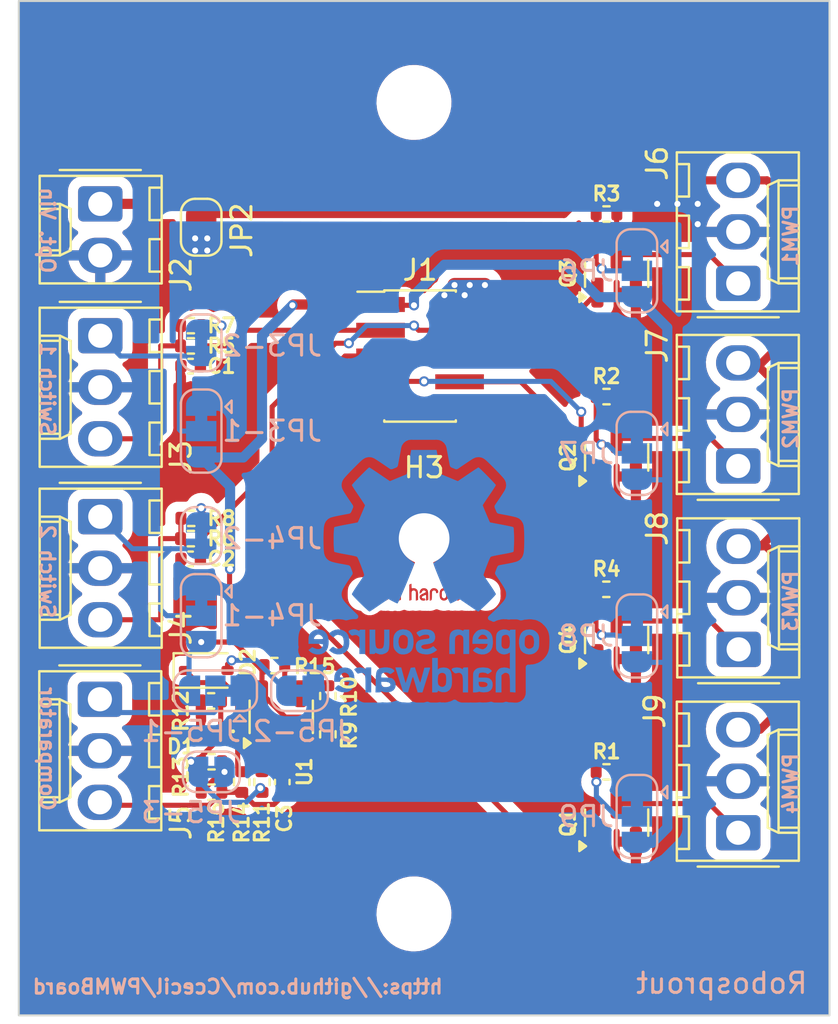
<source format=kicad_pcb>
(kicad_pcb (version 20221018) (generator pcbnew)
  (layers (0 "F.Cu" signal) (31 "B.Cu" signal) (34 "B.Paste" user) (35 "F.Paste" user) (36 "B.SilkS" user "B.Silkscreen") (37 "F.SilkS" user "F.Silkscreen") (38 "B.Mask" user) (39 "F.Mask" user) (44 "Edge.Cuts" user))
  (net 0 "")
  (net 1 "Net-(D1-K)")
  (net 2 "GND")
  (net 3 "Net-(D2-K)")
  (net 4 "Net-(D2-A)")
  (net 5 "+3.3V")
  (net 6 "+5V")
  (net 7 "GPIO1")
  (net 8 "GPIO2")
  (net 9 "Comparator")
  (net 10 "PWM1")
  (net 11 "PWM2")
  (net 12 "PWM3")
  (net 13 "PWM4")
  (net 14 "VS")
  (net 15 "Net-(J3-Pin_1)")
  (net 16 "Net-(J3-Pin_3)")
  (net 17 "Net-(J4-Pin_1)")
  (net 18 "Net-(J4-Pin_3)")
  (net 19 "Net-(J5-Pin_1)")
  (net 20 "Net-(J5-Pin_3)")
  (net 21 "Net-(J6-Pin_1)")
  (net 22 "Net-(J7-Pin_1)")
  (net 23 "Net-(J8-Pin_1)")
  (net 24 "Net-(J9-Pin_1)")
  (net 25 "Net-(JP3-2-A)")
  (net 26 "Net-(JP4-2-A)")
  (net 27 "Net-(JP5-3-A)")
  (net 28 "Net-(JP6-C)")
  (net 29 "Net-(JP7-C)")
  (net 30 "Net-(JP8-C)")
  (net 31 "Net-(JP9-C)")
  (net 32 "Net-(U1--)")
  (net 33 "Net-(U1-+)")
  (footprint "Capacitor_SMD:C_0402_1005Metric" (layer "F.Cu") (at 117.5 85 90)
    (fp_text reference "C3")
    (fp_text value "100n")
  )
  (footprint "MountingHole:MountingHole_3.2mm_M3" (layer "F.Cu") (at 124 51.5)
    (fp_text reference "H1" hide)
    (fp_text value "MountingHole")
  )
  (footprint "Package_TO_SOT_SMD:SOT-23" (layer "F.Cu") (at 134 87 90)
    (fp_text reference "Q1")
    (fp_text value "2N7002")
  )
  (footprint "Diode_SMD:D_0402_1005Metric" (layer "F.Cu") (at 113.98 82.5 180)
    (fp_text reference "D1")
    (fp_text value "D_Zener_Small")
  )
  (footprint "Package_TO_SOT_SMD:SOT-23" (layer "F.Cu") (at 134 59.9375 90)
    (fp_text reference "Q3")
    (fp_text value "2N7002")
  )
  (footprint "Connector_Molex:Molex_KK-254_AE-6410-02A_1x02_P2.54mm_Vertical" (layer "F.Cu") (at 108.52 56.5 -90)
    (fp_text reference "J2")
    (fp_text value "Conn_01x02_Pin")
  )
  (footprint "Diode_SMD:D_SOD-323" (layer "F.Cu") (at 113.75 79.5)
    (fp_text reference "D2")
    (fp_text value "D_Small")
  )
  (footprint "Resistor_SMD:R_0402_1005Metric" (layer "F.Cu") (at 112.99 63.5)
    (fp_text reference "R7")
    (fp_text value "1k")
  )
  (footprint "Resistor_SMD:R_0402_1005Metric" (layer "F.Cu") (at 113.01 72 180)
    (fp_text reference "R6")
    (fp_text value "10k")
  )
  (footprint "Resistor_SMD:R_0402_1005Metric" (layer "F.Cu") (at 119.75 80.76 90)
    (fp_text reference "R10")
    (fp_text value "8.2k")
  )
  (footprint "Resistor_SMD:R_0402_1005Metric" (layer "F.Cu") (at 119.75 82.6475 -90)
    (fp_text reference "R9")
    (fp_text value "1k")
  )
  (footprint "Symbol:OSHW-Logo2_7.3x6mm_Copper" (layer "F.Cu") (at 124.5 73.5)
    (fp_text reference "REF**" hide)
    (fp_text value "OSHW-Logo2_7.3x6mm_Copper" hide)
  )
  (footprint "Resistor_SMD:R_0402_1005Metric" (layer "F.Cu") (at 114.01 84 180)
    (fp_text reference "R13")
    (fp_text value "7.1k")
  )
  (footprint "Resistor_SMD:R_0402_1005Metric" (layer "F.Cu") (at 113.99 81 180)
    (fp_text reference "R12")
    (fp_text value "1k")
  )
  (footprint "Connector_Molex:Molex_KK-254_AE-6410-03A_1x03_P2.54mm_Vertical" (layer "F.Cu") (at 108.52 63 -90)
    (fp_text reference "J3")
    (fp_text value "Conn_01x03_Pin")
  )
  (footprint "MountingHole:MountingHole_3.2mm_M3" (layer "F.Cu") (at 124 91.5)
    (fp_text reference "H2" hide)
    (fp_text value "MountingHole")
  )
  (footprint "Package_TO_SOT_SMD:SOT-23" (layer "F.Cu") (at 134 69 90)
    (fp_text reference "Q2")
    (fp_text value "2N7002")
  )
  (footprint "Package_TO_SOT_SMD:SOT-23-5" (layer "F.Cu") (at 117.45 81.785 90)
    (fp_text reference "U1")
    (fp_text value "LMV331")
  )
  (footprint "Jumper:SolderJumper-2_P1.3mm_Bridged_RoundedPad1.0x1.5mm" (layer "F.Cu") (at 113.5 57.65 90)
    (fp_text reference "JP2")
    (fp_text value "SolderJumper_2_Bridged")
  )
  (footprint "Connector_Molex:Molex_KK-254_AE-6410-03A_1x03_P2.54mm_Vertical" (layer "F.Cu") (at 140 87.5 90)
    (fp_text reference "J9")
    (fp_text value "Conn_01x03_Pin")
  )
  (footprint "Resistor_SMD:R_0402_1005Metric" (layer "F.Cu") (at 115.5 85 -90)
    (fp_text reference "R14")
    (fp_text value "1k")
  )
  (footprint "Resistor_SMD:R_0402_1005Metric" (layer "F.Cu") (at 114.01 85.5 180)
    (fp_text reference "R16")
    (fp_text value "7.1k")
  )
  (footprint "Connector_Molex:Molex_KK-254_AE-6410-03A_1x03_P2.54mm_Vertical" (layer "F.Cu") (at 140 60.42 90)
    (fp_text reference "J6")
    (fp_text value "Conn_01x03_Pin")
  )
  (footprint "Resistor_SMD:R_0402_1005Metric" (layer "F.Cu") (at 133.5 84.5)
    (fp_text reference "R1")
    (fp_text value "10k")
  )
  (footprint "Connector_Molex:Molex_KK-254_AE-6410-03A_1x03_P2.54mm_Vertical" (layer "F.Cu") (at 140 69.42 90)
    (fp_text reference "J7")
    (fp_text value "Conn_01x03_Pin")
  )
  (footprint "Connector_Molex:Molex_KK-254_AE-6410-03A_1x03_P2.54mm_Vertical" (layer "F.Cu") (at 140.02 78.46 90)
    (fp_text reference "J8")
    (fp_text value "Conn_01x03_Pin")
  )
  (footprint "Capacitor_SMD:C_0402_1005Metric" (layer "F.Cu") (at 112.98 74 180)
    (fp_text reference "C2")
    (fp_text value "100n")
  )
  (footprint "Resistor_SMD:R_0402_1005Metric" (layer "F.Cu") (at 112.99 62.5 180)
    (fp_text reference "R5")
    (fp_text value "10k")
  )
  (footprint "Resistor_SMD:R_0402_1005Metric" (layer "F.Cu") (at 116.5 85 90)
    (fp_text reference "R11")
    (fp_text value "1k")
  )
  (footprint "Resistor_SMD:R_0402_1005Metric" (layer "F.Cu") (at 112.99 73)
    (fp_text reference "R8")
    (fp_text value "1k")
  )
  (footprint "Package_TO_SOT_SMD:SOT-23" (layer "F.Cu") (at 134 78 90)
    (fp_text reference "Q4")
    (fp_text value "2N7002")
  )
  (footprint "Resistor_SMD:R_0402_1005Metric" (layer "F.Cu") (at 133.49 75.5)
    (fp_text reference "R4")
    (fp_text value "10k")
  )
  (footprint "Connector_Molex:Molex_KK-254_AE-6410-03A_1x03_P2.54mm_Vertical" (layer "F.Cu") (at 108.5 80.92 -90)
    (fp_text reference "J5")
    (fp_text value "Conn_01x03_Pin")
  )
  (footprint "Capacitor_SMD:C_0402_1005Metric" (layer "F.Cu") (at 112.98 64.5 180)
    (fp_text reference "C1")
    (fp_text value "100n")
  )
  (footprint "MountingHole:MountingHole_2.5mm" (layer "F.Cu") (at 124.5 73)
    (fp_text reference "H3")
    (fp_text value "StencilHole")
  )
  (footprint "Resistor_SMD:R_0402_1005Metric" (layer "F.Cu") (at 133.5 66)
    (fp_text reference "R2")
    (fp_text value "10k")
  )
  (footprint "Connector_Molex:Molex_KK-254_AE-6410-03A_1x03_P2.54mm_Vertical" (layer "F.Cu") (at 108.52 71.92 -90)
    (fp_text reference "J4")
    (fp_text value "Conn_01x03_Pin")
  )
  (footprint "Connector_PinHeader_1.27mm:PinHeader_2x05_P1.27mm_Vertical_SMD" (layer "F.Cu") (at 124.3 64)
    (fp_text reference "J1")
    (fp_text value "Conn_02x05_Odd_Even")
  )
  (footprint "Resistor_SMD:R_0402_1005Metric" (layer "F.Cu") (at 133.5 57)
    (fp_text reference "R3")
    (fp_text value "10k")
  )
  (footprint "Resistor_SMD:R_0402_1005Metric" (layer "F.Cu") (at 117.1125 79.26)
    (fp_text reference "R15")
    (fp_text value "3k")
  )
  (footprint "Jumper:SolderJumper-3_P1.3mm_Bridged12_RoundedPad1.0x1.5mm" (layer "B.Cu") (at 135 86.7 -90)
    (fp_text reference "JP9")
    (fp_text value "SolderJumper_3_Bridged12")
  )
  (footprint "Jumper:SolderJumper-2_P1.3mm_Bridged_RoundedPad1.0x1.5mm" (layer "B.Cu") (at 113.5 72.85 -90)
    (fp_text reference "JP4-2")
    (fp_text value "SolderJumper_2_Bridged")
  )
  (footprint "Jumper:SolderJumper-3_P1.3mm_Bridged12_RoundedPad1.0x1.5mm" (layer "B.Cu") (at 113.5 67.7 -90)
    (fp_text reference "JP3-1")
    (fp_text value "SolderJumper_3_Bridged12")
  )
  (footprint "Jumper:SolderJumper-2_P1.3mm_Bridged_RoundedPad1.0x1.5mm" (layer "B.Cu") (at 114 84.5 180)
    (fp_text reference "JP5-3")
    (fp_text value "SolderJumper_2_Bridged")
  )
  (footprint "Symbol:OSHW-Logo_11.4x12mm_Copper" (layer "B.Cu") (at 124.5 74.6 180)
    (fp_text reference "REF**" hide)
    (fp_text value "OSHW-Logo_11.4x12mm_Copper" hide)
  )
  (footprint "Jumper:SolderJumper-3_P1.3mm_Bridged12_RoundedPad1.0x1.5mm" (layer "B.Cu") (at 135 68.8 -90)
    (fp_text reference "JP7")
    (fp_text value "SolderJumper_3_Bridged12")
  )
  (footprint "Jumper:SolderJumper-3_P1.3mm_Bridged12_RoundedPad1.0x1.5mm" (layer "B.Cu") (at 113.5 76.8 -90)
    (fp_text reference "JP4-1")
    (fp_text value "SolderJumper_3_Bridged12")
  )
  (footprint "Jumper:SolderJumper-2_P1.3mm_Bridged_RoundedPad1.0x1.5mm" (layer "B.Cu") (at 113.5 63.35 -90)
    (fp_text reference "JP3-2")
    (fp_text value "SolderJumper_2_Bridged")
  )
  (footprint "Jumper:SolderJumper-3_P1.3mm_Bridged12_RoundedPad1.0x1.5mm" (layer "B.Cu") (at 135 59.8 -90)
    (fp_text reference "JP6")
    (fp_text value "SolderJumper_3_Bridged12")
  )
  (footprint "Jumper:SolderJumper-2_P1.3mm_Bridged_RoundedPad1.0x1.5mm" (layer "B.Cu") (at 118.35 80.5 180)
    (fp_text reference "JP5-2")
    (fp_text value "SolderJumper_2_Bridged")
  )
  (footprint "Jumper:SolderJumper-3_P1.3mm_Bridged12_RoundedPad1.0x1.5mm" (layer "B.Cu") (at 114.2 80.5 180)
    (fp_text reference "JP5-1")
    (fp_text value "SolderJumper_3_Bridged12")
  )
  (footprint "Jumper:SolderJumper-3_P1.3mm_Bridged12_RoundedPad1.0x1.5mm" (layer "B.Cu") (at 135 77.8 -90)
    (fp_text reference "JP8")
    (fp_text value "SolderJumper_3_Bridged12")
  )
  (gr_rect (start 104.5 46.5) (end 144.5 96.5) (stroke (width 0.1)) (fill none) (layer "Edge.Cuts"))
  (gr_text "Switch 2" (at 105.5 77 -90) (layer "B.SilkS") (effects (font (size 0.7 0.7)) (justify left bottom mirror)))
  (gr_text "Comparator" (at 105.5 86.5 -90) (layer "B.SilkS") (effects (font (size 0.7 0.7)) (justify left bottom mirror)))
  (gr_text "Switch 1" (at 105.5 68 -90) (layer "B.SilkS") (effects (font (size 0.7 0.7)) (justify left bottom mirror)))
  (gr_text "PWM1" (at 143 56.5 90) (layer "B.SilkS") (effects (font (size 0.7 0.7)) (justify left bottom mirror)))
  (gr_text "Robosprout" (at 143.5 95.5) (layer "B.SilkS") (effects (font (size 1 1)) (justify left bottom mirror)))
  (gr_text "https://github.com/Ccecil/PWMBoard" (at 125.5 95.5) (layer "B.SilkS") (effects (font (size 0.7 0.7)) (justify left bottom mirror)))
  (gr_text "PWM4" (at 143 83.5 90) (layer "B.SilkS") (effects (font (size 0.7 0.7)) (justify left bottom mirror)))
  (gr_text "PWM3" (at 143 74.5 90) (layer "B.SilkS") (effects (font (size 0.7 0.7)) (justify left bottom mirror)))
  (gr_text "Opt. Vin" (at 105.5 60 270) (layer "B.SilkS") (effects (font (size 0.7 0.7)) (justify left bottom mirror)))
  (gr_text "PWM2" (at 143 65.5 90) (layer "B.SilkS") (effects (font (size 0.7 0.7)) (justify left bottom mirror)))
  (segment (start 113 84) (end 113.5 84) (width 0.25) (layer "F.Cu") (net 1))
  (segment (start 113.5 83.75) (end 114.465 82.785) (width 0.25) (layer "F.Cu") (net 1))
  (segment (start 116.5 85.382478) (end 116.5 85.51) (width 0.25) (layer "F.Cu") (net 1))
  (segment (start 114.465 82.785) (end 114.465 82.5) (width 0.25) (layer "F.Cu") (net 1))
  (segment (start 114.465 82.5) (end 114.465 81.035) (width 0.25) (layer "F.Cu") (net 1))
  (segment (start 113.48 83.98) (end 113.5 84) (width 0.25) (layer "F.Cu") (net 1))
  (segment (start 113.5 84) (end 113.5 83.75) (width 0.25) (layer "F.Cu") (net 1))
  (segment (start 116.416327 85.298805) (end 116.5 85.382478) (width 0.25) (layer "F.Cu") (net 1))
  (via (at 113 84) (size 0.5) (drill 0.3) (layers "F.Cu" "B.Cu") (net 1))
  (via (at 116.416327 85.298805) (size 0.5) (drill 0.3) (layers "F.Cu" "B.Cu") (net 1))
  (segment (start 114.44038 86) (end 113 84.55962) (width 0.25) (layer "B.Cu") (net 1))
  (segment (start 116.416327 85.298805) (end 115.715132 86) (width 0.25) (layer "B.Cu") (net 1))
  (segment (start 113 84.55962) (end 113 84) (width 0.25) (layer "B.Cu") (net 1))
  (segment (start 115.715132 86) (end 114.44038 86) (width 0.25) (layer "B.Cu") (net 1))
  (segment (start 127.04 66.54) (end 126.1 66.54) (width 0.25) (layer "F.Cu") (net 2))
  (segment (start 113.515 82.465) (end 113.48 82.5) (width 0.25) (layer "F.Cu") (net 2))
  (segment (start 117.5 83.1725) (end 117.5 84.52) (width 0.5) (layer "F.Cu") (net 2))
  (segment (start 117.45 82.9225) (end 117.6 83.0725) (width 0.25) (layer "F.Cu") (net 2))
  (via (at 138 56.5) (size 0.5) (drill 0.3) (layers "F.Cu" "B.Cu") (net 2))
  (via (at 138 57.5) (size 0.5) (drill 0.3) (layers "F.Cu" "B.Cu") (net 2))
  (via (at 137 56.5) (size 0.5) (drill 0.3) (layers "F.Cu" "B.Cu") (net 2))
  (via (at 136 56.5) (size 0.5) (drill 0.3) (layers "F.Cu" "B.Cu") (net 2))
  (segment (start 112.7 79.5) (end 113.3 80.1) (width 0.25) (layer "F.Cu") (net 3))
  (segment (start 114.6 80.1) (end 115.3 80.8) (width 0.25) (layer "F.Cu") (net 3))
  (segment (start 115.3 84.29) (end 115.5 84.49) (width 0.25) (layer "F.Cu") (net 3))
  (segment (start 113.3 80.1) (end 114.6 80.1) (width 0.25) (layer "F.Cu") (net 3))
  (segment (start 115.5 84.49) (end 115.650745 84.49) (width 0.25) (layer "F.Cu") (net 3))
  (segment (start 115.650745 84.49) (end 115.700745 84.44) (width 0.25) (layer "F.Cu") (net 3))
  (segment (start 115.3 80.8) (end 115.3 84.29) (width 0.25) (layer "F.Cu") (net 3))
  (segment (start 114.8 79.5) (end 114.8 79.2) (width 0.25) (layer "F.Cu") (net 4))
  (segment (start 114.8 79.2) (end 115 79) (width 0.25) (layer "F.Cu") (net 4))
  (via (at 115 79) (size 0.5) (drill 0.3) (layers "F.Cu" "B.Cu") (net 4))
  (segment (start 115 79) (end 116.2 79) (width 0.25) (layer "B.Cu") (net 4))
  (segment (start 116.2 79) (end 117.7 80.5) (width 0.25) (layer "B.Cu") (net 4))
  (segment (start 119.025 81.375) (end 118.6 81.8) (width 0.25) (layer "F.Cu") (net 5))
  (segment (start 114.5 78.1) (end 113.5 78.1) (width 0.25) (layer "F.Cu") (net 5))
  (segment (start 114.925 74.5) (end 114.9 74.525) (width 0.25) (layer "F.Cu") (net 5))
  (segment (start 116.5 79.3625) (end 116.6025 79.26) (width 0.25) (layer "F.Cu") (net 5))
  (segment (start 118 61.5) (end 118.04 61.46) (width 0.25) (layer "F.Cu") (net 5))
  (segment (start 118.04 61.46) (end 122.35 61.46) (width 0.5) (layer "F.Cu") (net 5))
  (segment (start 114.5 78.1) (end 115.129999 78.1) (width 0.25) (layer "F.Cu") (net 5))
  (segment (start 119.45 80.25) (end 119.025 80.675) (width 0.25) (layer "F.Cu") (net 5))
  (segment (start 116.5 80.6475) (end 116.5 79.3625) (width 0.25) (layer "F.Cu") (net 5))
  (segment (start 119.75 80.25) (end 119.45 80.25) (width 0.25) (layer "F.Cu") (net 5))
  (segment (start 114.9 74.525) (end 114.9 78.1) (width 0.25) (layer "F.Cu") (net 5))
  (segment (start 119.025 80.675) (end 119.025 81.375) (width 0.25) (layer "F.Cu") (net 5))
  (segment (start 117.6525 81.8) (end 116.5 80.6475) (width 0.25) (layer "F.Cu") (net 5))
  (segment (start 124 61.5) (end 122.39 61.5) (width 0.25) (layer "F.Cu") (net 5))
  (segment (start 114.9 78.1) (end 114.5 78.1) (width 0.25) (layer "F.Cu") (net 5))
  (segment (start 118.6 81.8) (end 117.6525 81.8) (width 0.25) (layer "F.Cu") (net 5))
  (segment (start 115.129999 78.1) (end 116.6125 79.582501) (width 0.25) (layer "F.Cu") (net 5))
  (segment (start 122.39 61.5) (end 122.35 61.46) (width 0.25) (layer "F.Cu") (net 5))
  (via (at 124 61.5) (size 0.5) (drill 0.3) (layers "F.Cu" "B.Cu") (net 5))
  (via (at 114.925 74.5) (size 0.5) (drill 0.3) (layers "F.Cu" "B.Cu") (net 5))
  (via (at 118 61.5) (size 0.5) (drill 0.3) (layers "F.Cu" "B.Cu") (net 5))
  (via (at 113.5 78.1) (size 0.5) (drill 0.3) (layers "F.Cu" "B.Cu") (net 5))
  (segment (start 136.5 87.25) (end 135.75 88) (width 0.5) (layer "B.Cu") (net 5))
  (segment (start 136.5 70) (end 136.4 70.1) (width 0.25) (layer "B.Cu") (net 5))
  (segment (start 131.5 59.5) (end 133.1 61.1) (width 0.5) (layer "B.Cu") (net 5))
  (segment (start 135 61.1) (end 136.5 62.6) (width 0.5) (layer "B.Cu") (net 5))
  (segment (start 135 70.1) (end 136.5 70.1) (width 0.25) (layer "B.Cu") (net 5))
  (segment (start 116.5 63) (end 116.5 68.075) (width 0.5) (layer "B.Cu") (net 5))
  (segment (start 112.9 80.5) (end 112.9 78.7) (width 0.25) (layer "B.Cu") (net 5))
  (segment (start 136.5 79) (end 136.5 87.25) (width 0.5) (layer "B.Cu") (net 5))
  (segment (start 125.5 59.5) (end 131.5 59.5) (width 0.5) (layer "B.Cu") (net 5))
  (segment (start 118 61.5) (end 116.5 63) (width 0.5) (layer "B.Cu") (net 5))
  (segment (start 136.4 70.1) (end 135 70.1) (width 0.25) (layer "B.Cu") (net 5))
  (segment (start 136.5 70.1) (end 136.5 79) (width 0.5) (layer "B.Cu") (net 5))
  (segment (start 112.9 78.7) (end 113.5 78.1) (width 0.25) (layer "B.Cu") (net 5))
  (segment (start 116.5 68.075) (end 115.575 69) (width 0.5) (layer "B.Cu") (net 5))
  (segment (start 124 61.5) (end 124 61) (width 0.5) (layer "B.Cu") (net 5))
  (segment (start 113.5 69) (end 114.925 70.425) (width 0.5) (layer "B.Cu") (net 5))
  (segment (start 136.4 79.1) (end 135 79.1) (width 0.25) (layer "B.Cu") (net 5))
  (segment (start 133.1 61.1) (end 135 61.1) (width 0.5) (layer "B.Cu") (net 5))
  (segment (start 136.5 62.6) (end 136.5 70) (width 0.5) (layer "B.Cu") (net 5))
  (segment (start 115.575 69) (end 113.5 69) (width 0.5) (layer "B.Cu") (net 5))
  (segment (start 136.5 79) (end 136.4 79.1) (width 0.25) (layer "B.Cu") (net 5))
  (segment (start 135.75 88) (end 135 88) (width 0.25) (layer "B.Cu") (net 5))
  (segment (start 114.925 70.425) (end 114.925 74.5) (width 0.5) (layer "B.Cu") (net 5))
  (segment (start 124 61) (end 125.5 59.5) (width 0.5) (layer "B.Cu") (net 5))
  (segment (start 125.5 61) (end 126.5 61) (width 0.5) (layer "F.Cu") (net 6))
  (segment (start 126.75 60.96) (end 126.25 61.46) (width 0.25) (layer "F.Cu") (net 6))
  (segment (start 126 60.5) (end 127.5 60.5) (width 0.7) (layer "F.Cu") (net 6))
  (segment (start 127 61) (end 127.5 60.5) (width 0.25) (layer "F.Cu") (net 6))
  (segment (start 126.14 61.5) (end 126.1 61.46) (width 0.25) (layer "F.Cu") (net 6))
  (segment (start 125.5 61) (end 126 60.5) (width 0.25) (layer "F.Cu") (net 6))
  (segment (start 126.5 61) (end 127 61) (width 0.5) (layer "F.Cu") (net 6))
  (via (at 126 60.5) (size 0.5) (drill 0.3) (layers "F.Cu" "B.Cu") (net 6))
  (via (at 127.5 60.5) (size 0.5) (drill 0.3) (layers "F.Cu" "B.Cu") (net 6))
  (via (at 113.2 58.2) (size 0.5) (drill 0.3) (layers "F.Cu" "B.Cu") (net 6))
  (via (at 125.5 61) (size 0.5) (drill 0.3) (layers "F.Cu" "B.Cu") (net 6))
  (via (at 126.5 61) (size 0.5) (drill 0.3) (layers "F.Cu" "B.Cu") (net 6))
  (via (at 126.75 60.5) (size 0.5) (drill 0.3) (layers "F.Cu" "B.Cu") (net 6))
  (via (at 113.8 58.2) (size 0.5) (drill 0.3) (layers "F.Cu" "B.Cu") (net 6))
  (via (at 113.2 58.8) (size 0.5) (drill 0.3) (layers "F.Cu" "B.Cu") (net 6))
  (via (at 113.8 58.8) (size 0.5) (drill 0.3) (layers "F.Cu" "B.Cu") (net 6))
  (segment (start 114.25 66.4) (end 113.5 66.4) (width 0.25) (layer "B.Cu") (net 6))
  (segment (start 115.67 62.73) (end 122.35 62.73) (width 0.25) (layer "F.Cu") (net 7))
  (segment (start 121.42 62.73) (end 122.5 62.73) (width 0.25) (layer "F.Cu") (net 7))
  (segment (start 113.5 63.5) (end 114.9 63.5) (width 0.25) (layer "F.Cu") (net 7))
  (segment (start 114.9 63.5) (end 115.67 62.73) (width 0.25) (layer "F.Cu") (net 7))
  (segment (start 117 66.5) (end 117 69.5) (width 0.25) (layer "F.Cu") (net 8))
  (segment (start 117 69.5) (end 113.5 73) (width 0.25) (layer "F.Cu") (net 8))
  (segment (start 124.000002 62.5) (end 124.230002 62.73) (width 0.25) (layer "F.Cu") (net 8))
  (segment (start 120.783058 63.36951) (end 120.13049 63.36951) (width 0.25) (layer "F.Cu") (net 8))
  (segment (start 125.258174 62.73) (end 126.1 62.73) (width 0.25) (layer "F.Cu") (net 8))
  (segment (start 125.42 62.73) (end 126.25 62.73) (width 0.25) (layer "F.Cu") (net 8))
  (segment (start 120.13049 63.36951) (end 117 66.5) (width 0.25) (layer "F.Cu") (net 8))
  (segment (start 124.230002 62.73) (end 126.25 62.73) (width 0.25) (layer "F.Cu") (net 8))
  (via (at 124.000002 62.5) (size 0.5) (drill 0.3) (layers "F.Cu" "B.Cu") (net 8))
  (via (at 120.783058 63.36951) (size 0.5) (drill 0.3) (layers "F.Cu" "B.Cu") (net 8))
  (segment (start 121.652568 62.5) (end 120.783058 63.36951) (width 0.25) (layer "B.Cu") (net 8))
  (segment (start 124.000002 62.5) (end 121.652568 62.5) (width 0.25) (layer "B.Cu") (net 8))
  (segment (start 117.6225 79.26) (end 117.6225 79.85) (width 0.25) (layer "F.Cu") (net 9))
  (segment (start 117.6 79.2375) (end 117.6 67) (width 0.25) (layer "F.Cu") (net 9))
  (segment (start 117.6225 79.26) (end 117.6 79.2375) (width 0.25) (layer "F.Cu") (net 9))
  (segment (start 117.6 67) (end 120.6 64) (width 0.25) (layer "F.Cu") (net 9))
  (segment (start 123.175 64) (end 122.5 64) (width 0.25) (layer "F.Cu") (net 9))
  (segment (start 120.6 64) (end 122.35 64) (width 0.25) (layer "F.Cu") (net 9))
  (segment (start 118.4 80.6475) (end 117.6125 79.86) (width 0.25) (layer "F.Cu") (net 9))
  (segment (start 117.6225 79.85) (end 117.6125 79.86) (width 0.25) (layer "F.Cu") (net 9))
  (segment (start 129.925 64) (end 133.05 60.875) (width 0.25) (layer "F.Cu") (net 10))
  (segment (start 126.25 64) (end 129.925 64) (width 0.25) (layer "F.Cu") (net 10))
  (segment (start 124.5 65.25) (end 122.37 65.25) (width 0.25) (layer "F.Cu") (net 11))
  (segment (start 133.05 69.9375) (end 132.25 69.1375) (width 0.25) (layer "F.Cu") (net 11))
  (segment (start 122.37 65.25) (end 122.35 65.27) (width 0.25) (layer "F.Cu") (net 11))
  (segment (start 132.25 69.1375) (end 132.25 66.75) (width 0.25) (layer "F.Cu") (net 11))
  (segment (start 122.73 65.5) (end 122.5 65.27) (width 0.25) (layer "F.Cu") (net 11))
  (via (at 124.5 65.25) (size 0.5) (drill 0.3) (layers "F.Cu" "B.Cu") (net 11))
  (via (at 132.25 66.75) (size 0.5) (drill 0.3) (layers "F.Cu" "B.Cu") (net 11))
  (segment (start 124.5 65.25) (end 130.75 65.25) (width 0.25) (layer "B.Cu") (net 11))
  (segment (start 130.75 65.25) (end 132.25 66.75) (width 0.25) (layer "B.Cu") (net 11))
  (segment (start 129.27 65.27) (end 126.25 65.27) (width 0.25) (layer "F.Cu") (net 12))
  (segment (start 131.5 77.3875) (end 131.5 67.5) (width 0.25) (layer "F.Cu") (net 12))
  (segment (start 133.05 78.9375) (end 131.5 77.3875) (width 0.25) (layer "F.Cu") (net 12))
  (segment (start 131.5 67.5) (end 129.27 65.27) (width 0.25) (layer "F.Cu") (net 12))
  (segment (start 119.56 66.54) (end 118.1 68) (width 0.25) (layer "F.Cu") (net 13))
  (segment (start 118.1 68) (end 118.1 76.1) (width 0.25) (layer "F.Cu") (net 13))
  (segment (start 129.9375 87.9375) (end 133.05 87.9375) (width 0.25) (layer "F.Cu") (net 13))
  (segment (start 122.35 66.54) (end 119.56 66.54) (width 0.25) (layer "F.Cu") (net 13))
  (segment (start 118.1 76.1) (end 129.9375 87.9375) (width 0.25) (layer "F.Cu") (net 13))
  (segment (start 113.5 57) (end 131.4 57) (width 0.4) (layer "F.Cu") (net 14))
  (segment (start 113 56.5) (end 113.5 57) (width 0.5) (layer "F.Cu") (net 14))
  (segment (start 140 64.34) (end 140.84 64.34) (width 0.4) (layer "F.Cu") (net 14))
  (segment (start 141.12 73.38) (end 140.02 73.38) (width 0.4) (layer "F.Cu") (net 14))
  (segment (start 143.5 71) (end 141.12 73.38) (width 0.4) (layer "F.Cu") (net 14))
  (segment (start 143.5 57.42) (end 143.5 62) (width 0.4) (layer "F.Cu") (net 14))
  (segment (start 141.16 64.34) (end 140 64.34) (width 0.4) (layer "F.Cu") (net 14))
  (segment (start 143.5 80) (end 141.08 82.42) (width 0.4) (layer "F.Cu") (net 14))
  (segment (start 140 55.34) (end 141.42 55.34) (width 0.4) (layer "F.Cu") (net 14))
  (segment (start 140.02 73.38) (end 141.38 73.38) (width 0.4) (layer "F.Cu") (net 14))
  (segment (start 143.5 67) (end 143.5 71) (width 0.4) (layer "F.Cu") (net 14))
  (segment (start 108.52 56.5) (end 113 56.5) (width 0.5) (layer "F.Cu") (net 14))
  (segment (start 131.4 57) (end 133.06 55.34) (width 0.4) (layer "F.Cu") (net 14))
  (segment (start 133.06 55.34) (end 140 55.34) (width 0.4) (layer "F.Cu") (net 14))
  (segment (start 141.08 82.42) (end 140 82.42) (width 0.4) (layer "F.Cu") (net 14))
  (segment (start 143.5 75.5) (end 143.5 80) (width 0.4) (layer "F.Cu") (net 14))
  (segment (start 143.5 62) (end 141.16 64.34) (width 0.4) (layer "F.Cu") (net 14))
  (segment (start 141.38 73.38) (end 143.5 75.5) (width 0.4) (layer "F.Cu") (net 14))
  (segment (start 141.42 55.34) (end 143.5 57.42) (width 0.4) (layer "F.Cu") (net 14))
  (segment (start 140.84 64.34) (end 143.5 67) (width 0.4) (layer "F.Cu") (net 14))
  (segment (start 109.52 64) (end 108.52 63) (width 0.25) (layer "B.Cu") (net 15))
  (segment (start 112.5 67.7) (end 112.425 67.625) (width 0.25) (layer "B.Cu") (net 15))
  (segment (start 113.5 64) (end 112.5 64) (width 0.25) (layer "B.Cu") (net 15))
  (segment (start 113.5 67.7) (end 112.5 67.7) (width 0.25) (layer "B.Cu") (net 15))
  (segment (start 112.425 64.075) (end 112.5 64) (width 0.25) (layer "B.Cu") (net 15))
  (segment (start 112.5 64) (end 109.52 64) (width 0.25) (layer "B.Cu") (net 15))
  (segment (start 112.425 67.625) (end 112.425 64.075) (width 0.25) (layer "B.Cu") (net 15))
  (segment (start 113.46 64.5) (end 113.46 64.48) (width 0.25) (layer "F.Cu") (net 16))
  (segment (start 110.92 68.08) (end 111.5 67.5) (width 0.25) (layer "F.Cu") (net 16))
  (segment (start 108.52 68.08) (end 110.92 68.08) (width 0.25) (layer "F.Cu") (net 16))
  (segment (start 111.5 67.5) (end 111.5 63.5) (width 0.25) (layer "F.Cu") (net 16))
  (segment (start 111.5 63.5) (end 112.48 63.5) (width 0.25) (layer "F.Cu") (net 16))
  (segment (start 113.46 64.48) (end 112.48 63.5) (width 0.25) (layer "F.Cu") (net 16))
  (segment (start 112.48 63.5) (end 112.48 62.5) (width 0.25) (layer "F.Cu") (net 16))
  (segment (start 113.5 76.8) (end 111.8 76.8) (width 0.25) (layer "B.Cu") (net 17))
  (segment (start 112 73.5) (end 110.1 73.5) (width 0.25) (layer "B.Cu") (net 17))
  (segment (start 113.5 73.5) (end 112 73.5) (width 0.25) (layer "B.Cu") (net 17))
  (segment (start 111.8 76.8) (end 111.5 76.5) (width 0.25) (layer "B.Cu") (net 17))
  (segment (start 111.5 76.5) (end 111.5 74) (width 0.25) (layer "B.Cu") (net 17))
  (segment (start 111.5 74) (end 112 73.5) (width 0.25) (layer "B.Cu") (net 17))
  (segment (start 110.1 73.5) (end 108.52 71.92) (width 0.25) (layer "B.Cu") (net 17))
  (segment (start 112.5 72.98) (end 112.48 73) (width 0.25) (layer "F.Cu") (net 18))
  (segment (start 111.5 77) (end 111.5 73) (width 0.25) (layer "F.Cu") (net 18))
  (segment (start 112.5 72) (end 112.5 72.98) (width 0.25) (layer "F.Cu") (net 18))
  (segment (start 112.48 73) (end 113.46 73.98) (width 0.25) (layer "F.Cu") (net 18))
  (segment (start 111.5 73) (end 112.48 73) (width 0.25) (layer "F.Cu") (net 18))
  (segment (start 113.46 73.98) (end 113.46 74) (width 0.25) (layer "F.Cu") (net 18))
  (segment (start 108.52 77) (end 111.5 77) (width 0.25) (layer "F.Cu") (net 18))
  (segment (start 114.2 81.5) (end 114.125 81.575) (width 0.25) (layer "B.Cu") (net 19))
  (segment (start 114.2 80.5) (end 114.2 81.5) (width 0.25) (layer "B.Cu") (net 19))
  (segment (start 114.125 81.575) (end 109.155 81.575) (width 0.25) (layer "B.Cu") (net 19))
  (segment (start 109.155 81.575) (end 108.5 80.92) (width 0.25) (layer "B.Cu") (net 19))
  (segment (start 113.875 86.145) (end 108.645 86.145) (width 0.25) (layer "F.Cu") (net 20))
  (segment (start 117.5 85.48) (end 117.5 85.7) (width 0.25) (layer "F.Cu") (net 20))
  (segment (start 114.52 85.5) (end 113.875 86.145) (width 0.25) (layer "F.Cu") (net 20))
  (segment (start 114.53 85.51) (end 114.52 85.5) (width 0.25) (layer "F.Cu") (net 20))
  (segment (start 116.095 86.105) (end 115.5 85.51) (width 0.25) (layer "F.Cu") (net 20))
  (segment (start 115.640745 85.5) (end 115.630745 85.51) (width 0.25) (layer "F.Cu") (net 20))
  (segment (start 115.5 85.51) (end 114.53 85.51) (width 0.25) (layer "F.Cu") (net 20))
  (segment (start 117.095 86.105) (end 116.095 86.105) (width 0.25) (layer "F.Cu") (net 20))
  (segment (start 117.5 85.7) (end 117.095 86.105) (width 0.25) (layer "F.Cu") (net 20))
  (segment (start 108.645 86.145) (end 108.5 86) (width 0.25) (layer "F.Cu") (net 20))
  (segment (start 115.630745 85.51) (end 115.5 85.51) (width 0.25) (layer "F.Cu") (net 20))
  (segment (start 138.58 59) (end 134 59) (width 0.25) (layer "F.Cu") (net 21))
  (segment (start 134 59) (end 134 57.01) (width 0.25) (layer "F.Cu") (net 21))
  (segment (start 134 57.01) (end 134.01 57) (width 0.25) (layer "F.Cu") (net 21))
  (segment (start 140 60.42) (end 138.58 59) (width 0.25) (layer "F.Cu") (net 21))
  (segment (start 134 66.01) (end 134.01 66) (width 0.25) (layer "F.Cu") (net 22))
  (segment (start 138.6425 68.0625) (end 134 68.0625) (width 0.25) (layer "F.Cu") (net 22))
  (segment (start 134 68.0625) (end 134 66.01) (width 0.25) (layer "F.Cu") (net 22))
  (segment (start 140 69.42) (end 138.6425 68.0625) (width 0.25) (layer "F.Cu") (net 22))
  (segment (start 134 77.0625) (end 138.6225 77.0625) (width 0.25) (layer "F.Cu") (net 23))
  (segment (start 134 75.5) (end 134 77.0625) (width 0.25) (layer "F.Cu") (net 23))
  (segment (start 138.6225 77.0625) (end 140.02 78.46) (width 0.25) (layer "F.Cu") (net 23))
  (segment (start 138.5625 86.0625) (end 134 86.0625) (width 0.25) (layer "F.Cu") (net 24))
  (segment (start 134 84.51) (end 134.01 84.5) (width 0.25) (layer "F.Cu") (net 24))
  (segment (start 140 87.5) (end 138.5625 86.0625) (width 0.25) (layer "F.Cu") (net 24))
  (segment (start 134 86.0625) (end 134 84.51) (width 0.25) (layer "F.Cu") (net 24))
  (segment (start 113.5 62.5) (end 114.5 62.5) (width 0.25) (layer "F.Cu") (net 25))
  (via (at 114.5 62.5) (size 0.5) (drill 0.3) (layers "F.Cu" "B.Cu") (net 25))
  (segment (start 114.5 62.5) (end 113.7 62.5) (width 0.25) (layer "B.Cu") (net 25))
  (segment (start 113.7 62.5) (end 113.5 62.7) (width 0.25) (layer "B.Cu") (net 25))
  (segment (start 113.52 72) (end 113.52 71.52) (width 0.25) (layer "F.Cu") (net 26))
  (segment (start 113.52 71.52) (end 113.5 71.5) (width 0.25) (layer "F.Cu") (net 26))
  (via (at 113.5 71.5) (size 0.5) (drill 0.3) (layers "F.Cu" "B.Cu") (net 26))
  (segment (start 113.5 71.5) (end 113.5 72.2) (width 0.25) (layer "B.Cu") (net 26))
  (segment (start 114.65 84.5) (end 114.5 84.5) (width 0.25) (layer "F.Cu") (net 27))
  (segment (start 114.65 84.5) (end 114.65 84.13) (width 0.25) (layer "F.Cu") (net 27))
  (segment (start 114.65 84.13) (end 114.52 84) (width 0.25) (layer "F.Cu") (net 27))
  (segment (start 114.5 84.5) (end 113.5 85.5) (width 0.25) (layer "F.Cu") (net 27))
  (via (at 114.65 84.5) (size 0.5) (drill 0.3) (layers "F.Cu" "B.Cu") (net 27))
  (segment (start 114.65 84.5) (end 114.65 83.85) (width 0.25) (layer "B.Cu") (net 27))
  (segment (start 133.25895 59.689673) (end 132.99 59.420723) (width 0.25) (layer "F.Cu") (net 28))
  (segment (start 132.99 59.420723) (end 132.99 57) (width 0.25) (layer "F.Cu") (net 28))
  (via (at 133.25895 59.689673) (size 0.5) (drill 0.3) (layers "F.Cu" "B.Cu") (net 28))
  (segment (start 133.25895 59.74933) (end 133.30962 59.8) (width 0.25) (layer "B.Cu") (net 28))
  (segment (start 133.25895 59.689673) (end 133.25895 59.74933) (width 0.25) (layer "B.Cu") (net 28))
  (segment (start 133.30962 59.8) (end 135 59.8) (width 0.25) (layer "B.Cu") (net 28))
  (segment (start 132.99 68.10474) (end 132.99 66) (width 0.25) (layer "F.Cu") (net 29))
  (segment (start 133.250001 68.364741) (end 132.99 68.10474) (width 0.25) (layer "F.Cu") (net 29))
  (via (at 133.250001 68.364741) (size 0.5) (drill 0.3) (layers "F.Cu" "B.Cu") (net 29))
  (segment (start 133.250001 68.364741) (end 133.564741 68.364741) (width 0.25) (layer "B.Cu") (net 29))
  (segment (start 134 68.8) (end 135 68.8) (width 0.25) (layer "B.Cu") (net 29))
  (segment (start 133.564741 68.364741) (end 134 68.8) (width 0.25) (layer "B.Cu") (net 29))
  (segment (start 133.258664 77.752649) (end 132.98 77.473985) (width 0.25) (layer "F.Cu") (net 30))
  (segment (start 132.98 77.473985) (end 132.98 75.5) (width 0.25) (layer "F.Cu") (net 30))
  (via (at 133.258664 77.752649) (size 0.5) (drill 0.3) (layers "F.Cu" "B.Cu") (net 30))
  (segment (start 133.952649 77.752649) (end 134 77.8) (width 0.25) (layer "B.Cu") (net 30))
  (segment (start 133.258664 77.752649) (end 133.952649 77.752649) (width 0.25) (layer "B.Cu") (net 30))
  (segment (start 134 77.8) (end 135 77.8) (width 0.25) (layer "B.Cu") (net 30))
  (segment (start 132.99 84.99) (end 133 85) (width 0.25) (layer "F.Cu") (net 31))
  (segment (start 132.99 84.5) (end 132.99 84.99) (width 0.25) (layer "F.Cu") (net 31))
  (via (at 133 85) (size 0.5) (drill 0.3) (layers "F.Cu" "B.Cu") (net 31))
  (segment (start 133 85.7) (end 134 86.7) (width 0.25) (layer "B.Cu") (net 31))
  (segment (start 134 86.7) (end 135 86.7) (width 0.25) (layer "B.Cu") (net 31))
  (segment (start 133 85) (end 133 85.7) (width 0.25) (layer "B.Cu") (net 31))
  (segment (start 118.6125 83.135) (end 118.4 82.9225) (width 0.25) (layer "F.Cu") (net 32))
  (segment (start 119.75 82.1375) (end 119.75 81.27) (width 0.25) (layer "F.Cu") (net 32))
  (segment (start 118.965 82.9225) (end 119.75 82.1375) (width 0.25) (layer "F.Cu") (net 32))
  (segment (start 118.4 82.9225) (end 118.965 82.9225) (width 0.25) (layer "F.Cu") (net 32))
  (segment (start 116.5 84.49) (end 116.5 82.9225) (width 0.25) (layer "F.Cu") (net 33))
  (zone (net 2) (net_name "GND") (layer "F.Cu") (connect_pads (clearance 0.5)) (min_thickness 0.25) (fill yes (thermal_gap 0.5) (thermal_bridge_width 0.5))
    (polygon (pts (xy 104.5 46.5) (xy 144.5 46.5) (xy 144.5 96.5) (xy 104.5 96.5)))
  )
  (zone (net 6) (net_name "+5V") (layer "B.Cu") (priority 2) (connect_pads (clearance 0.5)) (min_thickness 0.25) (fill yes (thermal_gap 0.5) (thermal_bridge_width 0.5))
    (polygon (pts (xy 111.925036 57.361416) (xy 137.2 57.4) (xy 137.2 86) (xy 112.025036 85.961416)))
  )
  (zone (net 2) (net_name "GND") (layer "B.Cu") (priority 1) (connect_pads (clearance 0.5)) (min_thickness 0.25) (fill yes (thermal_gap 0.5) (thermal_bridge_width 0.5))
    (polygon (pts (xy 104.5 46.5) (xy 144.5 46.5) (xy 144.5 96.5) (xy 104.5 96.5)))
  )
)
</source>
